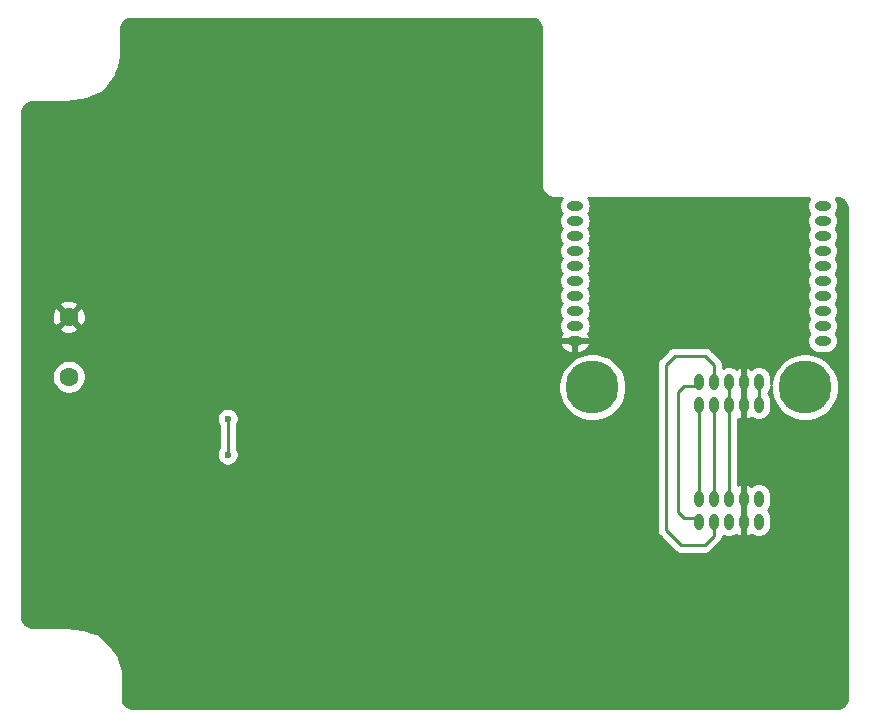
<source format=gbr>
G04 #@! TF.GenerationSoftware,KiCad,Pcbnew,(5.1.5)-3*
G04 #@! TF.CreationDate,2020-01-20T08:59:10+09:00*
G04 #@! TF.ProjectId,signaltower_host,7369676e-616c-4746-9f77-65725f686f73,rev?*
G04 #@! TF.SameCoordinates,Original*
G04 #@! TF.FileFunction,Copper,L2,Bot*
G04 #@! TF.FilePolarity,Positive*
%FSLAX46Y46*%
G04 Gerber Fmt 4.6, Leading zero omitted, Abs format (unit mm)*
G04 Created by KiCad (PCBNEW (5.1.5)-3) date 2020-01-20 08:59:10*
%MOMM*%
%LPD*%
G04 APERTURE LIST*
%ADD10C,1.600000*%
%ADD11C,4.500000*%
%ADD12O,0.800000X1.400000*%
%ADD13O,1.400000X0.800000*%
%ADD14C,0.600000*%
%ADD15C,0.250000*%
%ADD16C,0.254000*%
G04 APERTURE END LIST*
D10*
X96266000Y-75946000D03*
X96266000Y-81026000D03*
D11*
X140606000Y-81923000D03*
X158606000Y-81923000D03*
D12*
X149606000Y-81463000D03*
X150876000Y-81463000D03*
X152146000Y-81463000D03*
X153416000Y-81463000D03*
X154686000Y-81463000D03*
X149606000Y-83383000D03*
X150876000Y-83383000D03*
X152146000Y-83383000D03*
X153416000Y-83383000D03*
X154686000Y-83383000D03*
D13*
X160091000Y-77978000D03*
X160091000Y-76708000D03*
X160091000Y-75438000D03*
X160091000Y-74168000D03*
X160091000Y-72898000D03*
X160091000Y-71628000D03*
X160091000Y-70358000D03*
X160091000Y-69088000D03*
X139121000Y-77978000D03*
X139121000Y-76708000D03*
X139121000Y-75438000D03*
X139121000Y-74168000D03*
X139121000Y-72898000D03*
X139121000Y-71628000D03*
X139121000Y-70358000D03*
X139121000Y-69088000D03*
X139121000Y-67818000D03*
X139121000Y-66548000D03*
X160091000Y-67818000D03*
X160091000Y-66548000D03*
D12*
X149606000Y-91369000D03*
X150876000Y-91369000D03*
X152146000Y-91369000D03*
X153416000Y-91369000D03*
X154686000Y-91369000D03*
X154686000Y-93289000D03*
X149606000Y-93289000D03*
X150876000Y-93289000D03*
X153416000Y-93289000D03*
X152146000Y-93289000D03*
D14*
X117975000Y-75600000D03*
X97536000Y-62230000D03*
X96520000Y-85852000D03*
X106400000Y-75825000D03*
X100838000Y-94234000D03*
X100838000Y-92202000D03*
X130810000Y-75946000D03*
X109225000Y-75850000D03*
X109728000Y-87630000D03*
X109728000Y-84582000D03*
D15*
X154686000Y-81788000D02*
X154686000Y-83058000D01*
X153416000Y-83058000D02*
X153416000Y-91694000D01*
X153416000Y-81788000D02*
X153416000Y-83058000D01*
X153416000Y-92964000D02*
X153416000Y-91694000D01*
X152908000Y-77978000D02*
X139446000Y-77978000D01*
X153416000Y-81788000D02*
X153416000Y-78486000D01*
X153416000Y-78486000D02*
X152908000Y-77978000D01*
X100838000Y-86360000D02*
X100838000Y-92202000D01*
X100838000Y-92202000D02*
X100838000Y-94234000D01*
X97536000Y-74676000D02*
X96266000Y-75946000D01*
X97536000Y-62230000D02*
X97536000Y-73660000D01*
X97536000Y-73660000D02*
X97536000Y-74676000D01*
X106680000Y-74676000D02*
X100838000Y-74676000D01*
X100838000Y-74676000D02*
X97536000Y-74676000D01*
X96520000Y-85852000D02*
X100838000Y-85852000D01*
X100838000Y-86360000D02*
X100838000Y-85852000D01*
X100838000Y-85852000D02*
X100838000Y-74676000D01*
X139446000Y-77978000D02*
X137922000Y-77978000D01*
X134874000Y-74930000D02*
X130810000Y-74930000D01*
X137922000Y-77978000D02*
X134874000Y-74930000D01*
X130810000Y-74930000D02*
X130810000Y-75946000D01*
X130810000Y-74930000D02*
X130556000Y-74676000D01*
X108458000Y-75946000D02*
X108458000Y-74676000D01*
X130556000Y-74676000D02*
X108458000Y-74676000D01*
X108458000Y-74676000D02*
X106680000Y-74676000D01*
X109728000Y-87630000D02*
X109728000Y-84582000D01*
X149606000Y-81788000D02*
X148336000Y-81788000D01*
X148336000Y-81788000D02*
X147828000Y-82296000D01*
X147828000Y-82296000D02*
X147828000Y-92456000D01*
X148336000Y-92964000D02*
X149606000Y-92964000D01*
X147828000Y-92456000D02*
X148336000Y-92964000D01*
X150876000Y-81407682D02*
X150876000Y-81788000D01*
X150876000Y-81788000D02*
X150876000Y-80010000D01*
X150876000Y-80010000D02*
X150114000Y-79248000D01*
X150114000Y-79248000D02*
X147574000Y-79248000D01*
X147574000Y-79248000D02*
X146812000Y-80010000D01*
X146812000Y-80010000D02*
X146812000Y-93980000D01*
X146812000Y-93980000D02*
X148082000Y-95250000D01*
X148082000Y-95250000D02*
X150114000Y-95250000D01*
X150876000Y-94488000D02*
X150876000Y-92964000D01*
X150114000Y-95250000D02*
X150876000Y-94488000D01*
X152146000Y-91694000D02*
X152146000Y-83058000D01*
X152146000Y-83058000D02*
X152146000Y-81788000D01*
X149606000Y-85598000D02*
X149606000Y-91694000D01*
X149606000Y-83058000D02*
X149606000Y-85598000D01*
X150876000Y-90424000D02*
X150876000Y-83058000D01*
X150876000Y-91694000D02*
X150876000Y-90424000D01*
D16*
G36*
X135731850Y-50740022D02*
G01*
X135882672Y-50820638D01*
X136014870Y-50929130D01*
X136123362Y-51061328D01*
X136203978Y-51212150D01*
X136253624Y-51375811D01*
X136271000Y-51552234D01*
X136271000Y-64786000D01*
X136271612Y-64798448D01*
X136290827Y-64993538D01*
X136295683Y-65017956D01*
X136352588Y-65205549D01*
X136362116Y-65228550D01*
X136454526Y-65401437D01*
X136468358Y-65422138D01*
X136592721Y-65573675D01*
X136610325Y-65591279D01*
X136761862Y-65715642D01*
X136782563Y-65729474D01*
X136955450Y-65821884D01*
X136978451Y-65831412D01*
X137166044Y-65888317D01*
X137190462Y-65893173D01*
X137385552Y-65912388D01*
X137398000Y-65913000D01*
X138003211Y-65913000D01*
X137956266Y-65970203D01*
X137860159Y-66150007D01*
X137800976Y-66345105D01*
X137780993Y-66548000D01*
X137800976Y-66750895D01*
X137860159Y-66945993D01*
X137956266Y-67125797D01*
X138003211Y-67183000D01*
X137956266Y-67240203D01*
X137860159Y-67420007D01*
X137800976Y-67615105D01*
X137780993Y-67818000D01*
X137800976Y-68020895D01*
X137860159Y-68215993D01*
X137956266Y-68395797D01*
X138003211Y-68453000D01*
X137956266Y-68510203D01*
X137860159Y-68690007D01*
X137800976Y-68885105D01*
X137780993Y-69088000D01*
X137800976Y-69290895D01*
X137860159Y-69485993D01*
X137956266Y-69665797D01*
X138003211Y-69723000D01*
X137956266Y-69780203D01*
X137860159Y-69960007D01*
X137800976Y-70155105D01*
X137780993Y-70358000D01*
X137800976Y-70560895D01*
X137860159Y-70755993D01*
X137956266Y-70935797D01*
X138003211Y-70993000D01*
X137956266Y-71050203D01*
X137860159Y-71230007D01*
X137800976Y-71425105D01*
X137780993Y-71628000D01*
X137800976Y-71830895D01*
X137860159Y-72025993D01*
X137956266Y-72205797D01*
X138003211Y-72263000D01*
X137956266Y-72320203D01*
X137860159Y-72500007D01*
X137800976Y-72695105D01*
X137780993Y-72898000D01*
X137800976Y-73100895D01*
X137860159Y-73295993D01*
X137956266Y-73475797D01*
X138003211Y-73533000D01*
X137956266Y-73590203D01*
X137860159Y-73770007D01*
X137800976Y-73965105D01*
X137780993Y-74168000D01*
X137800976Y-74370895D01*
X137860159Y-74565993D01*
X137956266Y-74745797D01*
X138003211Y-74803000D01*
X137956266Y-74860203D01*
X137860159Y-75040007D01*
X137800976Y-75235105D01*
X137780993Y-75438000D01*
X137800976Y-75640895D01*
X137860159Y-75835993D01*
X137956266Y-76015797D01*
X138003211Y-76073000D01*
X137956266Y-76130203D01*
X137860159Y-76310007D01*
X137800976Y-76505105D01*
X137780993Y-76708000D01*
X137800976Y-76910895D01*
X137860159Y-77105993D01*
X137956266Y-77285797D01*
X137998506Y-77337267D01*
X137889872Y-77508582D01*
X137826334Y-77691877D01*
X137954002Y-77851000D01*
X138994000Y-77851000D01*
X138994000Y-77831000D01*
X139248000Y-77831000D01*
X139248000Y-77851000D01*
X140287998Y-77851000D01*
X140415666Y-77691877D01*
X140352128Y-77508582D01*
X140243494Y-77337267D01*
X140285734Y-77285797D01*
X140381841Y-77105993D01*
X140441024Y-76910895D01*
X140461007Y-76708000D01*
X140441024Y-76505105D01*
X140381841Y-76310007D01*
X140285734Y-76130203D01*
X140238789Y-76073000D01*
X140285734Y-76015797D01*
X140381841Y-75835993D01*
X140441024Y-75640895D01*
X140461007Y-75438000D01*
X140441024Y-75235105D01*
X140381841Y-75040007D01*
X140285734Y-74860203D01*
X140238789Y-74803000D01*
X140285734Y-74745797D01*
X140381841Y-74565993D01*
X140441024Y-74370895D01*
X140461007Y-74168000D01*
X140441024Y-73965105D01*
X140381841Y-73770007D01*
X140285734Y-73590203D01*
X140238789Y-73533000D01*
X140285734Y-73475797D01*
X140381841Y-73295993D01*
X140441024Y-73100895D01*
X140461007Y-72898000D01*
X140441024Y-72695105D01*
X140381841Y-72500007D01*
X140285734Y-72320203D01*
X140238789Y-72263000D01*
X140285734Y-72205797D01*
X140381841Y-72025993D01*
X140441024Y-71830895D01*
X140461007Y-71628000D01*
X140441024Y-71425105D01*
X140381841Y-71230007D01*
X140285734Y-71050203D01*
X140238789Y-70993000D01*
X140285734Y-70935797D01*
X140381841Y-70755993D01*
X140441024Y-70560895D01*
X140461007Y-70358000D01*
X140441024Y-70155105D01*
X140381841Y-69960007D01*
X140285734Y-69780203D01*
X140238789Y-69723000D01*
X140285734Y-69665797D01*
X140381841Y-69485993D01*
X140441024Y-69290895D01*
X140461007Y-69088000D01*
X140441024Y-68885105D01*
X140381841Y-68690007D01*
X140285734Y-68510203D01*
X140238789Y-68453000D01*
X140285734Y-68395797D01*
X140381841Y-68215993D01*
X140441024Y-68020895D01*
X140461007Y-67818000D01*
X140441024Y-67615105D01*
X140381841Y-67420007D01*
X140285734Y-67240203D01*
X140238789Y-67183000D01*
X140285734Y-67125797D01*
X140381841Y-66945993D01*
X140441024Y-66750895D01*
X140461007Y-66548000D01*
X140441024Y-66345105D01*
X140381841Y-66150007D01*
X140285734Y-65970203D01*
X140238789Y-65913000D01*
X158973211Y-65913000D01*
X158926266Y-65970203D01*
X158830159Y-66150007D01*
X158770976Y-66345105D01*
X158750993Y-66548000D01*
X158770976Y-66750895D01*
X158830159Y-66945993D01*
X158926266Y-67125797D01*
X158973211Y-67183000D01*
X158926266Y-67240203D01*
X158830159Y-67420007D01*
X158770976Y-67615105D01*
X158750993Y-67818000D01*
X158770976Y-68020895D01*
X158830159Y-68215993D01*
X158926266Y-68395797D01*
X158973211Y-68453000D01*
X158926266Y-68510203D01*
X158830159Y-68690007D01*
X158770976Y-68885105D01*
X158750993Y-69088000D01*
X158770976Y-69290895D01*
X158830159Y-69485993D01*
X158926266Y-69665797D01*
X158973211Y-69723000D01*
X158926266Y-69780203D01*
X158830159Y-69960007D01*
X158770976Y-70155105D01*
X158750993Y-70358000D01*
X158770976Y-70560895D01*
X158830159Y-70755993D01*
X158926266Y-70935797D01*
X158973211Y-70993000D01*
X158926266Y-71050203D01*
X158830159Y-71230007D01*
X158770976Y-71425105D01*
X158750993Y-71628000D01*
X158770976Y-71830895D01*
X158830159Y-72025993D01*
X158926266Y-72205797D01*
X158973211Y-72263000D01*
X158926266Y-72320203D01*
X158830159Y-72500007D01*
X158770976Y-72695105D01*
X158750993Y-72898000D01*
X158770976Y-73100895D01*
X158830159Y-73295993D01*
X158926266Y-73475797D01*
X158973211Y-73533000D01*
X158926266Y-73590203D01*
X158830159Y-73770007D01*
X158770976Y-73965105D01*
X158750993Y-74168000D01*
X158770976Y-74370895D01*
X158830159Y-74565993D01*
X158926266Y-74745797D01*
X158973211Y-74803000D01*
X158926266Y-74860203D01*
X158830159Y-75040007D01*
X158770976Y-75235105D01*
X158750993Y-75438000D01*
X158770976Y-75640895D01*
X158830159Y-75835993D01*
X158926266Y-76015797D01*
X158973211Y-76073000D01*
X158926266Y-76130203D01*
X158830159Y-76310007D01*
X158770976Y-76505105D01*
X158750993Y-76708000D01*
X158770976Y-76910895D01*
X158830159Y-77105993D01*
X158926266Y-77285797D01*
X158973211Y-77343000D01*
X158926266Y-77400203D01*
X158830159Y-77580007D01*
X158770976Y-77775105D01*
X158750993Y-77978000D01*
X158770976Y-78180895D01*
X158830159Y-78375993D01*
X158926266Y-78555797D01*
X159055604Y-78713396D01*
X159213203Y-78842734D01*
X159393007Y-78938841D01*
X159588105Y-78998024D01*
X159740162Y-79013000D01*
X160441838Y-79013000D01*
X160593895Y-78998024D01*
X160788993Y-78938841D01*
X160968797Y-78842734D01*
X161126396Y-78713396D01*
X161255734Y-78555797D01*
X161351841Y-78375993D01*
X161411024Y-78180895D01*
X161431007Y-77978000D01*
X161411024Y-77775105D01*
X161351841Y-77580007D01*
X161255734Y-77400203D01*
X161208789Y-77343000D01*
X161255734Y-77285797D01*
X161351841Y-77105993D01*
X161411024Y-76910895D01*
X161431007Y-76708000D01*
X161411024Y-76505105D01*
X161351841Y-76310007D01*
X161255734Y-76130203D01*
X161208789Y-76073000D01*
X161255734Y-76015797D01*
X161351841Y-75835993D01*
X161411024Y-75640895D01*
X161431007Y-75438000D01*
X161411024Y-75235105D01*
X161351841Y-75040007D01*
X161255734Y-74860203D01*
X161208789Y-74803000D01*
X161255734Y-74745797D01*
X161351841Y-74565993D01*
X161411024Y-74370895D01*
X161431007Y-74168000D01*
X161411024Y-73965105D01*
X161351841Y-73770007D01*
X161255734Y-73590203D01*
X161208789Y-73533000D01*
X161255734Y-73475797D01*
X161351841Y-73295993D01*
X161411024Y-73100895D01*
X161431007Y-72898000D01*
X161411024Y-72695105D01*
X161351841Y-72500007D01*
X161255734Y-72320203D01*
X161208789Y-72263000D01*
X161255734Y-72205797D01*
X161351841Y-72025993D01*
X161411024Y-71830895D01*
X161431007Y-71628000D01*
X161411024Y-71425105D01*
X161351841Y-71230007D01*
X161255734Y-71050203D01*
X161208789Y-70993000D01*
X161255734Y-70935797D01*
X161351841Y-70755993D01*
X161411024Y-70560895D01*
X161431007Y-70358000D01*
X161411024Y-70155105D01*
X161351841Y-69960007D01*
X161255734Y-69780203D01*
X161208789Y-69723000D01*
X161255734Y-69665797D01*
X161351841Y-69485993D01*
X161411024Y-69290895D01*
X161431007Y-69088000D01*
X161411024Y-68885105D01*
X161351841Y-68690007D01*
X161255734Y-68510203D01*
X161208789Y-68453000D01*
X161255734Y-68395797D01*
X161351841Y-68215993D01*
X161411024Y-68020895D01*
X161431007Y-67818000D01*
X161411024Y-67615105D01*
X161351841Y-67420007D01*
X161255734Y-67240203D01*
X161208789Y-67183000D01*
X161255734Y-67125797D01*
X161351841Y-66945993D01*
X161411024Y-66750895D01*
X161431007Y-66548000D01*
X161411024Y-66345105D01*
X161351841Y-66150007D01*
X161255734Y-65970203D01*
X161208789Y-65913000D01*
X161299766Y-65913000D01*
X161476189Y-65930376D01*
X161639850Y-65980022D01*
X161790672Y-66060638D01*
X161922870Y-66169130D01*
X162031362Y-66301328D01*
X162111978Y-66452150D01*
X162161624Y-66615811D01*
X162179000Y-66792234D01*
X162179000Y-108213766D01*
X162161624Y-108390189D01*
X162111978Y-108553850D01*
X162031362Y-108704672D01*
X161922870Y-108836870D01*
X161790672Y-108945362D01*
X161639850Y-109025978D01*
X161476189Y-109075624D01*
X161299766Y-109093000D01*
X101717234Y-109093000D01*
X101540811Y-109075624D01*
X101377150Y-109025978D01*
X101226328Y-108945362D01*
X101094130Y-108836870D01*
X100985638Y-108704672D01*
X100905022Y-108553850D01*
X100855376Y-108390189D01*
X100838000Y-108213766D01*
X100838000Y-106080278D01*
X100837589Y-106070073D01*
X100824676Y-105909890D01*
X100821407Y-105889745D01*
X100783003Y-105733700D01*
X100780166Y-105723889D01*
X100398134Y-104577793D01*
X100392681Y-104564129D01*
X100294649Y-104354625D01*
X100279205Y-104329636D01*
X100135661Y-104148261D01*
X100125878Y-104137272D01*
X98979005Y-102990399D01*
X98969952Y-102982180D01*
X98821501Y-102859887D01*
X98801241Y-102846240D01*
X98632124Y-102754630D01*
X98609628Y-102745115D01*
X98426100Y-102687575D01*
X98414269Y-102684483D01*
X98125066Y-102623598D01*
X97528036Y-102420353D01*
X97465398Y-102405661D01*
X97402948Y-102390091D01*
X97393131Y-102388711D01*
X96773137Y-102305986D01*
X96761332Y-102302405D01*
X96657025Y-102292132D01*
X96550602Y-102292132D01*
X96394052Y-102259174D01*
X96381041Y-102257133D01*
X96175030Y-102235683D01*
X96161878Y-102235000D01*
X93208234Y-102235000D01*
X93031811Y-102217624D01*
X92868150Y-102167978D01*
X92717328Y-102087362D01*
X92585130Y-101978870D01*
X92476638Y-101846672D01*
X92396022Y-101695850D01*
X92346376Y-101532189D01*
X92329000Y-101355766D01*
X92329000Y-84489911D01*
X108793000Y-84489911D01*
X108793000Y-84674089D01*
X108828932Y-84854729D01*
X108899414Y-85024889D01*
X108968001Y-85127537D01*
X108968000Y-87084464D01*
X108899414Y-87187111D01*
X108828932Y-87357271D01*
X108793000Y-87537911D01*
X108793000Y-87722089D01*
X108828932Y-87902729D01*
X108899414Y-88072889D01*
X109001738Y-88226028D01*
X109131972Y-88356262D01*
X109285111Y-88458586D01*
X109455271Y-88529068D01*
X109635911Y-88565000D01*
X109820089Y-88565000D01*
X110000729Y-88529068D01*
X110170889Y-88458586D01*
X110324028Y-88356262D01*
X110454262Y-88226028D01*
X110556586Y-88072889D01*
X110627068Y-87902729D01*
X110663000Y-87722089D01*
X110663000Y-87537911D01*
X110627068Y-87357271D01*
X110556586Y-87187111D01*
X110488000Y-87084465D01*
X110488000Y-85127535D01*
X110556586Y-85024889D01*
X110627068Y-84854729D01*
X110663000Y-84674089D01*
X110663000Y-84489911D01*
X110627068Y-84309271D01*
X110556586Y-84139111D01*
X110454262Y-83985972D01*
X110324028Y-83855738D01*
X110170889Y-83753414D01*
X110000729Y-83682932D01*
X109820089Y-83647000D01*
X109635911Y-83647000D01*
X109455271Y-83682932D01*
X109285111Y-83753414D01*
X109131972Y-83855738D01*
X109001738Y-83985972D01*
X108899414Y-84139111D01*
X108828932Y-84309271D01*
X108793000Y-84489911D01*
X92329000Y-84489911D01*
X92329000Y-80884665D01*
X94831000Y-80884665D01*
X94831000Y-81167335D01*
X94886147Y-81444574D01*
X94994320Y-81705727D01*
X95151363Y-81940759D01*
X95351241Y-82140637D01*
X95586273Y-82297680D01*
X95847426Y-82405853D01*
X96124665Y-82461000D01*
X96407335Y-82461000D01*
X96684574Y-82405853D01*
X96945727Y-82297680D01*
X97180759Y-82140637D01*
X97380637Y-81940759D01*
X97537680Y-81705727D01*
X97565380Y-81638852D01*
X137721000Y-81638852D01*
X137721000Y-82207148D01*
X137831869Y-82764523D01*
X138049346Y-83289560D01*
X138365074Y-83762080D01*
X138766920Y-84163926D01*
X139239440Y-84479654D01*
X139764477Y-84697131D01*
X140321852Y-84808000D01*
X140890148Y-84808000D01*
X141447523Y-84697131D01*
X141972560Y-84479654D01*
X142445080Y-84163926D01*
X142846926Y-83762080D01*
X143162654Y-83289560D01*
X143380131Y-82764523D01*
X143491000Y-82207148D01*
X143491000Y-81638852D01*
X143380131Y-81081477D01*
X143162654Y-80556440D01*
X142846926Y-80083920D01*
X142773006Y-80010000D01*
X146048324Y-80010000D01*
X146052000Y-80047322D01*
X146052001Y-93942668D01*
X146048324Y-93980000D01*
X146052001Y-94017333D01*
X146060381Y-94102410D01*
X146062998Y-94128985D01*
X146106454Y-94272246D01*
X146177026Y-94404276D01*
X146217616Y-94453734D01*
X146272000Y-94520001D01*
X146300998Y-94543799D01*
X147518201Y-95761003D01*
X147541999Y-95790001D01*
X147657724Y-95884974D01*
X147789753Y-95955546D01*
X147933014Y-95999003D01*
X148044667Y-96010000D01*
X148044676Y-96010000D01*
X148081999Y-96013676D01*
X148119322Y-96010000D01*
X150076678Y-96010000D01*
X150114000Y-96013676D01*
X150151322Y-96010000D01*
X150151333Y-96010000D01*
X150262986Y-95999003D01*
X150406247Y-95955546D01*
X150538276Y-95884974D01*
X150654001Y-95790001D01*
X150677803Y-95760998D01*
X151387004Y-95051798D01*
X151416001Y-95028001D01*
X151510974Y-94912276D01*
X151581546Y-94780247D01*
X151625003Y-94636986D01*
X151636000Y-94525333D01*
X151636000Y-94525325D01*
X151639308Y-94491740D01*
X151748007Y-94549841D01*
X151943105Y-94609024D01*
X152146000Y-94629007D01*
X152348894Y-94609024D01*
X152543992Y-94549841D01*
X152723797Y-94453734D01*
X152775267Y-94411494D01*
X152946582Y-94520128D01*
X153129877Y-94583666D01*
X153289000Y-94455998D01*
X153289000Y-93416000D01*
X153269000Y-93416000D01*
X153269000Y-93162000D01*
X153289000Y-93162000D01*
X153289000Y-91496000D01*
X153269000Y-91496000D01*
X153269000Y-91242000D01*
X153289000Y-91242000D01*
X153289000Y-90202002D01*
X153543000Y-90202002D01*
X153543000Y-91242000D01*
X153563000Y-91242000D01*
X153563000Y-91496000D01*
X153543000Y-91496000D01*
X153543000Y-93162000D01*
X153563000Y-93162000D01*
X153563000Y-93416000D01*
X153543000Y-93416000D01*
X153543000Y-94455998D01*
X153702123Y-94583666D01*
X153885418Y-94520128D01*
X154056733Y-94411494D01*
X154108203Y-94453734D01*
X154288007Y-94549841D01*
X154483105Y-94609024D01*
X154686000Y-94629007D01*
X154888894Y-94609024D01*
X155083992Y-94549841D01*
X155263797Y-94453734D01*
X155421396Y-94324396D01*
X155550734Y-94166797D01*
X155646841Y-93986993D01*
X155706024Y-93791895D01*
X155721000Y-93639838D01*
X155721000Y-92938163D01*
X155706024Y-92786106D01*
X155646841Y-92591008D01*
X155550734Y-92411203D01*
X155483272Y-92329000D01*
X155550734Y-92246797D01*
X155646841Y-92066992D01*
X155706024Y-91871894D01*
X155721000Y-91719837D01*
X155721000Y-91018162D01*
X155706024Y-90866105D01*
X155646841Y-90671007D01*
X155550734Y-90491203D01*
X155421396Y-90333604D01*
X155263797Y-90204266D01*
X155083992Y-90108159D01*
X154888894Y-90048976D01*
X154686000Y-90028993D01*
X154483105Y-90048976D01*
X154288007Y-90108159D01*
X154108203Y-90204266D01*
X154056733Y-90246506D01*
X153885418Y-90137872D01*
X153702123Y-90074334D01*
X153543000Y-90202002D01*
X153289000Y-90202002D01*
X153129877Y-90074334D01*
X152946582Y-90137872D01*
X152906000Y-90163606D01*
X152906000Y-84588394D01*
X152946582Y-84614128D01*
X153129877Y-84677666D01*
X153289000Y-84549998D01*
X153289000Y-83510000D01*
X153269000Y-83510000D01*
X153269000Y-83256000D01*
X153289000Y-83256000D01*
X153289000Y-81590000D01*
X153269000Y-81590000D01*
X153269000Y-81336000D01*
X153289000Y-81336000D01*
X153289000Y-80296002D01*
X153543000Y-80296002D01*
X153543000Y-81336000D01*
X153563000Y-81336000D01*
X153563000Y-81590000D01*
X153543000Y-81590000D01*
X153543000Y-83256000D01*
X153563000Y-83256000D01*
X153563000Y-83510000D01*
X153543000Y-83510000D01*
X153543000Y-84549998D01*
X153702123Y-84677666D01*
X153885418Y-84614128D01*
X154056734Y-84505494D01*
X154108204Y-84547734D01*
X154288008Y-84643841D01*
X154483106Y-84703024D01*
X154686000Y-84723007D01*
X154888895Y-84703024D01*
X155083993Y-84643841D01*
X155263797Y-84547734D01*
X155421396Y-84418396D01*
X155550734Y-84260797D01*
X155646841Y-84080992D01*
X155706024Y-83885894D01*
X155721000Y-83733837D01*
X155721000Y-83032162D01*
X155706024Y-82880105D01*
X155646841Y-82685007D01*
X155550734Y-82505203D01*
X155483272Y-82423000D01*
X155550734Y-82340797D01*
X155646841Y-82160993D01*
X155706024Y-81965895D01*
X155721000Y-81813838D01*
X155721000Y-82207148D01*
X155831869Y-82764523D01*
X156049346Y-83289560D01*
X156365074Y-83762080D01*
X156766920Y-84163926D01*
X157239440Y-84479654D01*
X157764477Y-84697131D01*
X158321852Y-84808000D01*
X158890148Y-84808000D01*
X159447523Y-84697131D01*
X159972560Y-84479654D01*
X160445080Y-84163926D01*
X160846926Y-83762080D01*
X161162654Y-83289560D01*
X161380131Y-82764523D01*
X161491000Y-82207148D01*
X161491000Y-81638852D01*
X161380131Y-81081477D01*
X161162654Y-80556440D01*
X160846926Y-80083920D01*
X160445080Y-79682074D01*
X159972560Y-79366346D01*
X159447523Y-79148869D01*
X158890148Y-79038000D01*
X158321852Y-79038000D01*
X157764477Y-79148869D01*
X157239440Y-79366346D01*
X156766920Y-79682074D01*
X156365074Y-80083920D01*
X156049346Y-80556440D01*
X155831869Y-81081477D01*
X155721000Y-81638852D01*
X155721000Y-81112163D01*
X155706024Y-80960106D01*
X155646841Y-80765008D01*
X155550734Y-80585203D01*
X155421396Y-80427604D01*
X155263797Y-80298266D01*
X155083993Y-80202159D01*
X154888895Y-80142976D01*
X154686000Y-80122993D01*
X154483106Y-80142976D01*
X154288008Y-80202159D01*
X154108204Y-80298266D01*
X154056734Y-80340506D01*
X153885418Y-80231872D01*
X153702123Y-80168334D01*
X153543000Y-80296002D01*
X153289000Y-80296002D01*
X153129877Y-80168334D01*
X152946582Y-80231872D01*
X152775267Y-80340506D01*
X152723797Y-80298266D01*
X152543993Y-80202159D01*
X152348895Y-80142976D01*
X152146000Y-80122993D01*
X151943106Y-80142976D01*
X151748008Y-80202159D01*
X151636000Y-80262028D01*
X151636000Y-80047325D01*
X151639676Y-80010000D01*
X151636000Y-79972675D01*
X151636000Y-79972667D01*
X151625003Y-79861014D01*
X151581546Y-79717753D01*
X151510974Y-79585724D01*
X151416001Y-79469999D01*
X151387002Y-79446201D01*
X150677803Y-78737002D01*
X150654001Y-78707999D01*
X150538276Y-78613026D01*
X150406247Y-78542454D01*
X150262986Y-78498997D01*
X150151333Y-78488000D01*
X150151322Y-78488000D01*
X150114000Y-78484324D01*
X150076678Y-78488000D01*
X147611325Y-78488000D01*
X147574000Y-78484324D01*
X147536675Y-78488000D01*
X147536667Y-78488000D01*
X147425014Y-78498997D01*
X147281753Y-78542454D01*
X147149724Y-78613026D01*
X147033999Y-78707999D01*
X147010201Y-78736998D01*
X146301002Y-79446197D01*
X146271999Y-79469999D01*
X146216871Y-79537174D01*
X146177026Y-79585724D01*
X146106455Y-79717753D01*
X146106454Y-79717754D01*
X146062997Y-79861015D01*
X146052000Y-79972668D01*
X146052000Y-79972678D01*
X146048324Y-80010000D01*
X142773006Y-80010000D01*
X142445080Y-79682074D01*
X141972560Y-79366346D01*
X141447523Y-79148869D01*
X140890148Y-79038000D01*
X140321852Y-79038000D01*
X139764477Y-79148869D01*
X139239440Y-79366346D01*
X138766920Y-79682074D01*
X138365074Y-80083920D01*
X138049346Y-80556440D01*
X137831869Y-81081477D01*
X137721000Y-81638852D01*
X97565380Y-81638852D01*
X97645853Y-81444574D01*
X97701000Y-81167335D01*
X97701000Y-80884665D01*
X97645853Y-80607426D01*
X97537680Y-80346273D01*
X97380637Y-80111241D01*
X97180759Y-79911363D01*
X96945727Y-79754320D01*
X96684574Y-79646147D01*
X96407335Y-79591000D01*
X96124665Y-79591000D01*
X95847426Y-79646147D01*
X95586273Y-79754320D01*
X95351241Y-79911363D01*
X95151363Y-80111241D01*
X94994320Y-80346273D01*
X94886147Y-80607426D01*
X94831000Y-80884665D01*
X92329000Y-80884665D01*
X92329000Y-78264123D01*
X137826334Y-78264123D01*
X137889872Y-78447418D01*
X137999342Y-78620052D01*
X138140388Y-78768013D01*
X138307590Y-78885614D01*
X138494522Y-78968336D01*
X138694000Y-79013000D01*
X138994000Y-79013000D01*
X138994000Y-78105000D01*
X139248000Y-78105000D01*
X139248000Y-79013000D01*
X139548000Y-79013000D01*
X139747478Y-78968336D01*
X139934410Y-78885614D01*
X140101612Y-78768013D01*
X140242658Y-78620052D01*
X140352128Y-78447418D01*
X140415666Y-78264123D01*
X140287998Y-78105000D01*
X139248000Y-78105000D01*
X138994000Y-78105000D01*
X137954002Y-78105000D01*
X137826334Y-78264123D01*
X92329000Y-78264123D01*
X92329000Y-76938702D01*
X95452903Y-76938702D01*
X95524486Y-77182671D01*
X95779996Y-77303571D01*
X96054184Y-77372300D01*
X96336512Y-77386217D01*
X96616130Y-77344787D01*
X96882292Y-77249603D01*
X97007514Y-77182671D01*
X97079097Y-76938702D01*
X96266000Y-76125605D01*
X95452903Y-76938702D01*
X92329000Y-76938702D01*
X92329000Y-76016512D01*
X94825783Y-76016512D01*
X94867213Y-76296130D01*
X94962397Y-76562292D01*
X95029329Y-76687514D01*
X95273298Y-76759097D01*
X96086395Y-75946000D01*
X96445605Y-75946000D01*
X97258702Y-76759097D01*
X97502671Y-76687514D01*
X97623571Y-76432004D01*
X97692300Y-76157816D01*
X97706217Y-75875488D01*
X97664787Y-75595870D01*
X97569603Y-75329708D01*
X97502671Y-75204486D01*
X97258702Y-75132903D01*
X96445605Y-75946000D01*
X96086395Y-75946000D01*
X95273298Y-75132903D01*
X95029329Y-75204486D01*
X94908429Y-75459996D01*
X94839700Y-75734184D01*
X94825783Y-76016512D01*
X92329000Y-76016512D01*
X92329000Y-74953298D01*
X95452903Y-74953298D01*
X96266000Y-75766395D01*
X97079097Y-74953298D01*
X97007514Y-74709329D01*
X96752004Y-74588429D01*
X96477816Y-74519700D01*
X96195488Y-74505783D01*
X95915870Y-74547213D01*
X95649708Y-74642397D01*
X95524486Y-74709329D01*
X95452903Y-74953298D01*
X92329000Y-74953298D01*
X92329000Y-58664234D01*
X92346376Y-58487811D01*
X92396022Y-58324150D01*
X92476638Y-58173328D01*
X92585130Y-58041130D01*
X92717328Y-57932638D01*
X92868150Y-57852022D01*
X93031811Y-57802376D01*
X93208234Y-57785000D01*
X96010712Y-57785000D01*
X96026872Y-57783968D01*
X96279294Y-57751585D01*
X96295192Y-57748504D01*
X96442791Y-57710000D01*
X96534877Y-57710000D01*
X96566955Y-57706841D01*
X96588784Y-57706993D01*
X96598650Y-57706025D01*
X97277989Y-57634623D01*
X97340990Y-57621691D01*
X97404235Y-57609626D01*
X97413725Y-57606761D01*
X98066257Y-57404769D01*
X98125561Y-57379840D01*
X98185245Y-57355726D01*
X98193998Y-57351072D01*
X98543885Y-57161888D01*
X98770931Y-57102659D01*
X98783849Y-57098541D01*
X98983249Y-57023032D01*
X99007406Y-57010798D01*
X99186266Y-56894732D01*
X99207280Y-56877653D01*
X99357467Y-56726306D01*
X99366490Y-56716186D01*
X100049695Y-55862180D01*
X100057059Y-55851978D01*
X100164786Y-55685973D01*
X100176314Y-55663640D01*
X100249242Y-55479671D01*
X100253294Y-55467760D01*
X100311796Y-55263003D01*
X100362804Y-55167071D01*
X100387309Y-55107617D01*
X100412677Y-55048429D01*
X100415608Y-55038959D01*
X100613040Y-54385033D01*
X100625538Y-54321914D01*
X100638918Y-54258963D01*
X100639954Y-54249104D01*
X100660055Y-54044096D01*
X100667638Y-54017556D01*
X100671296Y-54000281D01*
X100709772Y-53725560D01*
X100711000Y-53707945D01*
X100711000Y-51552234D01*
X100728376Y-51375811D01*
X100778022Y-51212150D01*
X100858638Y-51061328D01*
X100967130Y-50929130D01*
X101099328Y-50820638D01*
X101250150Y-50740022D01*
X101349119Y-50710000D01*
X135632881Y-50710000D01*
X135731850Y-50740022D01*
G37*
X135731850Y-50740022D02*
X135882672Y-50820638D01*
X136014870Y-50929130D01*
X136123362Y-51061328D01*
X136203978Y-51212150D01*
X136253624Y-51375811D01*
X136271000Y-51552234D01*
X136271000Y-64786000D01*
X136271612Y-64798448D01*
X136290827Y-64993538D01*
X136295683Y-65017956D01*
X136352588Y-65205549D01*
X136362116Y-65228550D01*
X136454526Y-65401437D01*
X136468358Y-65422138D01*
X136592721Y-65573675D01*
X136610325Y-65591279D01*
X136761862Y-65715642D01*
X136782563Y-65729474D01*
X136955450Y-65821884D01*
X136978451Y-65831412D01*
X137166044Y-65888317D01*
X137190462Y-65893173D01*
X137385552Y-65912388D01*
X137398000Y-65913000D01*
X138003211Y-65913000D01*
X137956266Y-65970203D01*
X137860159Y-66150007D01*
X137800976Y-66345105D01*
X137780993Y-66548000D01*
X137800976Y-66750895D01*
X137860159Y-66945993D01*
X137956266Y-67125797D01*
X138003211Y-67183000D01*
X137956266Y-67240203D01*
X137860159Y-67420007D01*
X137800976Y-67615105D01*
X137780993Y-67818000D01*
X137800976Y-68020895D01*
X137860159Y-68215993D01*
X137956266Y-68395797D01*
X138003211Y-68453000D01*
X137956266Y-68510203D01*
X137860159Y-68690007D01*
X137800976Y-68885105D01*
X137780993Y-69088000D01*
X137800976Y-69290895D01*
X137860159Y-69485993D01*
X137956266Y-69665797D01*
X138003211Y-69723000D01*
X137956266Y-69780203D01*
X137860159Y-69960007D01*
X137800976Y-70155105D01*
X137780993Y-70358000D01*
X137800976Y-70560895D01*
X137860159Y-70755993D01*
X137956266Y-70935797D01*
X138003211Y-70993000D01*
X137956266Y-71050203D01*
X137860159Y-71230007D01*
X137800976Y-71425105D01*
X137780993Y-71628000D01*
X137800976Y-71830895D01*
X137860159Y-72025993D01*
X137956266Y-72205797D01*
X138003211Y-72263000D01*
X137956266Y-72320203D01*
X137860159Y-72500007D01*
X137800976Y-72695105D01*
X137780993Y-72898000D01*
X137800976Y-73100895D01*
X137860159Y-73295993D01*
X137956266Y-73475797D01*
X138003211Y-73533000D01*
X137956266Y-73590203D01*
X137860159Y-73770007D01*
X137800976Y-73965105D01*
X137780993Y-74168000D01*
X137800976Y-74370895D01*
X137860159Y-74565993D01*
X137956266Y-74745797D01*
X138003211Y-74803000D01*
X137956266Y-74860203D01*
X137860159Y-75040007D01*
X137800976Y-75235105D01*
X137780993Y-75438000D01*
X137800976Y-75640895D01*
X137860159Y-75835993D01*
X137956266Y-76015797D01*
X138003211Y-76073000D01*
X137956266Y-76130203D01*
X137860159Y-76310007D01*
X137800976Y-76505105D01*
X137780993Y-76708000D01*
X137800976Y-76910895D01*
X137860159Y-77105993D01*
X137956266Y-77285797D01*
X137998506Y-77337267D01*
X137889872Y-77508582D01*
X137826334Y-77691877D01*
X137954002Y-77851000D01*
X138994000Y-77851000D01*
X138994000Y-77831000D01*
X139248000Y-77831000D01*
X139248000Y-77851000D01*
X140287998Y-77851000D01*
X140415666Y-77691877D01*
X140352128Y-77508582D01*
X140243494Y-77337267D01*
X140285734Y-77285797D01*
X140381841Y-77105993D01*
X140441024Y-76910895D01*
X140461007Y-76708000D01*
X140441024Y-76505105D01*
X140381841Y-76310007D01*
X140285734Y-76130203D01*
X140238789Y-76073000D01*
X140285734Y-76015797D01*
X140381841Y-75835993D01*
X140441024Y-75640895D01*
X140461007Y-75438000D01*
X140441024Y-75235105D01*
X140381841Y-75040007D01*
X140285734Y-74860203D01*
X140238789Y-74803000D01*
X140285734Y-74745797D01*
X140381841Y-74565993D01*
X140441024Y-74370895D01*
X140461007Y-74168000D01*
X140441024Y-73965105D01*
X140381841Y-73770007D01*
X140285734Y-73590203D01*
X140238789Y-73533000D01*
X140285734Y-73475797D01*
X140381841Y-73295993D01*
X140441024Y-73100895D01*
X140461007Y-72898000D01*
X140441024Y-72695105D01*
X140381841Y-72500007D01*
X140285734Y-72320203D01*
X140238789Y-72263000D01*
X140285734Y-72205797D01*
X140381841Y-72025993D01*
X140441024Y-71830895D01*
X140461007Y-71628000D01*
X140441024Y-71425105D01*
X140381841Y-71230007D01*
X140285734Y-71050203D01*
X140238789Y-70993000D01*
X140285734Y-70935797D01*
X140381841Y-70755993D01*
X140441024Y-70560895D01*
X140461007Y-70358000D01*
X140441024Y-70155105D01*
X140381841Y-69960007D01*
X140285734Y-69780203D01*
X140238789Y-69723000D01*
X140285734Y-69665797D01*
X140381841Y-69485993D01*
X140441024Y-69290895D01*
X140461007Y-69088000D01*
X140441024Y-68885105D01*
X140381841Y-68690007D01*
X140285734Y-68510203D01*
X140238789Y-68453000D01*
X140285734Y-68395797D01*
X140381841Y-68215993D01*
X140441024Y-68020895D01*
X140461007Y-67818000D01*
X140441024Y-67615105D01*
X140381841Y-67420007D01*
X140285734Y-67240203D01*
X140238789Y-67183000D01*
X140285734Y-67125797D01*
X140381841Y-66945993D01*
X140441024Y-66750895D01*
X140461007Y-66548000D01*
X140441024Y-66345105D01*
X140381841Y-66150007D01*
X140285734Y-65970203D01*
X140238789Y-65913000D01*
X158973211Y-65913000D01*
X158926266Y-65970203D01*
X158830159Y-66150007D01*
X158770976Y-66345105D01*
X158750993Y-66548000D01*
X158770976Y-66750895D01*
X158830159Y-66945993D01*
X158926266Y-67125797D01*
X158973211Y-67183000D01*
X158926266Y-67240203D01*
X158830159Y-67420007D01*
X158770976Y-67615105D01*
X158750993Y-67818000D01*
X158770976Y-68020895D01*
X158830159Y-68215993D01*
X158926266Y-68395797D01*
X158973211Y-68453000D01*
X158926266Y-68510203D01*
X158830159Y-68690007D01*
X158770976Y-68885105D01*
X158750993Y-69088000D01*
X158770976Y-69290895D01*
X158830159Y-69485993D01*
X158926266Y-69665797D01*
X158973211Y-69723000D01*
X158926266Y-69780203D01*
X158830159Y-69960007D01*
X158770976Y-70155105D01*
X158750993Y-70358000D01*
X158770976Y-70560895D01*
X158830159Y-70755993D01*
X158926266Y-70935797D01*
X158973211Y-70993000D01*
X158926266Y-71050203D01*
X158830159Y-71230007D01*
X158770976Y-71425105D01*
X158750993Y-71628000D01*
X158770976Y-71830895D01*
X158830159Y-72025993D01*
X158926266Y-72205797D01*
X158973211Y-72263000D01*
X158926266Y-72320203D01*
X158830159Y-72500007D01*
X158770976Y-72695105D01*
X158750993Y-72898000D01*
X158770976Y-73100895D01*
X158830159Y-73295993D01*
X158926266Y-73475797D01*
X158973211Y-73533000D01*
X158926266Y-73590203D01*
X158830159Y-73770007D01*
X158770976Y-73965105D01*
X158750993Y-74168000D01*
X158770976Y-74370895D01*
X158830159Y-74565993D01*
X158926266Y-74745797D01*
X158973211Y-74803000D01*
X158926266Y-74860203D01*
X158830159Y-75040007D01*
X158770976Y-75235105D01*
X158750993Y-75438000D01*
X158770976Y-75640895D01*
X158830159Y-75835993D01*
X158926266Y-76015797D01*
X158973211Y-76073000D01*
X158926266Y-76130203D01*
X158830159Y-76310007D01*
X158770976Y-76505105D01*
X158750993Y-76708000D01*
X158770976Y-76910895D01*
X158830159Y-77105993D01*
X158926266Y-77285797D01*
X158973211Y-77343000D01*
X158926266Y-77400203D01*
X158830159Y-77580007D01*
X158770976Y-77775105D01*
X158750993Y-77978000D01*
X158770976Y-78180895D01*
X158830159Y-78375993D01*
X158926266Y-78555797D01*
X159055604Y-78713396D01*
X159213203Y-78842734D01*
X159393007Y-78938841D01*
X159588105Y-78998024D01*
X159740162Y-79013000D01*
X160441838Y-79013000D01*
X160593895Y-78998024D01*
X160788993Y-78938841D01*
X160968797Y-78842734D01*
X161126396Y-78713396D01*
X161255734Y-78555797D01*
X161351841Y-78375993D01*
X161411024Y-78180895D01*
X161431007Y-77978000D01*
X161411024Y-77775105D01*
X161351841Y-77580007D01*
X161255734Y-77400203D01*
X161208789Y-77343000D01*
X161255734Y-77285797D01*
X161351841Y-77105993D01*
X161411024Y-76910895D01*
X161431007Y-76708000D01*
X161411024Y-76505105D01*
X161351841Y-76310007D01*
X161255734Y-76130203D01*
X161208789Y-76073000D01*
X161255734Y-76015797D01*
X161351841Y-75835993D01*
X161411024Y-75640895D01*
X161431007Y-75438000D01*
X161411024Y-75235105D01*
X161351841Y-75040007D01*
X161255734Y-74860203D01*
X161208789Y-74803000D01*
X161255734Y-74745797D01*
X161351841Y-74565993D01*
X161411024Y-74370895D01*
X161431007Y-74168000D01*
X161411024Y-73965105D01*
X161351841Y-73770007D01*
X161255734Y-73590203D01*
X161208789Y-73533000D01*
X161255734Y-73475797D01*
X161351841Y-73295993D01*
X161411024Y-73100895D01*
X161431007Y-72898000D01*
X161411024Y-72695105D01*
X161351841Y-72500007D01*
X161255734Y-72320203D01*
X161208789Y-72263000D01*
X161255734Y-72205797D01*
X161351841Y-72025993D01*
X161411024Y-71830895D01*
X161431007Y-71628000D01*
X161411024Y-71425105D01*
X161351841Y-71230007D01*
X161255734Y-71050203D01*
X161208789Y-70993000D01*
X161255734Y-70935797D01*
X161351841Y-70755993D01*
X161411024Y-70560895D01*
X161431007Y-70358000D01*
X161411024Y-70155105D01*
X161351841Y-69960007D01*
X161255734Y-69780203D01*
X161208789Y-69723000D01*
X161255734Y-69665797D01*
X161351841Y-69485993D01*
X161411024Y-69290895D01*
X161431007Y-69088000D01*
X161411024Y-68885105D01*
X161351841Y-68690007D01*
X161255734Y-68510203D01*
X161208789Y-68453000D01*
X161255734Y-68395797D01*
X161351841Y-68215993D01*
X161411024Y-68020895D01*
X161431007Y-67818000D01*
X161411024Y-67615105D01*
X161351841Y-67420007D01*
X161255734Y-67240203D01*
X161208789Y-67183000D01*
X161255734Y-67125797D01*
X161351841Y-66945993D01*
X161411024Y-66750895D01*
X161431007Y-66548000D01*
X161411024Y-66345105D01*
X161351841Y-66150007D01*
X161255734Y-65970203D01*
X161208789Y-65913000D01*
X161299766Y-65913000D01*
X161476189Y-65930376D01*
X161639850Y-65980022D01*
X161790672Y-66060638D01*
X161922870Y-66169130D01*
X162031362Y-66301328D01*
X162111978Y-66452150D01*
X162161624Y-66615811D01*
X162179000Y-66792234D01*
X162179000Y-108213766D01*
X162161624Y-108390189D01*
X162111978Y-108553850D01*
X162031362Y-108704672D01*
X161922870Y-108836870D01*
X161790672Y-108945362D01*
X161639850Y-109025978D01*
X161476189Y-109075624D01*
X161299766Y-109093000D01*
X101717234Y-109093000D01*
X101540811Y-109075624D01*
X101377150Y-109025978D01*
X101226328Y-108945362D01*
X101094130Y-108836870D01*
X100985638Y-108704672D01*
X100905022Y-108553850D01*
X100855376Y-108390189D01*
X100838000Y-108213766D01*
X100838000Y-106080278D01*
X100837589Y-106070073D01*
X100824676Y-105909890D01*
X100821407Y-105889745D01*
X100783003Y-105733700D01*
X100780166Y-105723889D01*
X100398134Y-104577793D01*
X100392681Y-104564129D01*
X100294649Y-104354625D01*
X100279205Y-104329636D01*
X100135661Y-104148261D01*
X100125878Y-104137272D01*
X98979005Y-102990399D01*
X98969952Y-102982180D01*
X98821501Y-102859887D01*
X98801241Y-102846240D01*
X98632124Y-102754630D01*
X98609628Y-102745115D01*
X98426100Y-102687575D01*
X98414269Y-102684483D01*
X98125066Y-102623598D01*
X97528036Y-102420353D01*
X97465398Y-102405661D01*
X97402948Y-102390091D01*
X97393131Y-102388711D01*
X96773137Y-102305986D01*
X96761332Y-102302405D01*
X96657025Y-102292132D01*
X96550602Y-102292132D01*
X96394052Y-102259174D01*
X96381041Y-102257133D01*
X96175030Y-102235683D01*
X96161878Y-102235000D01*
X93208234Y-102235000D01*
X93031811Y-102217624D01*
X92868150Y-102167978D01*
X92717328Y-102087362D01*
X92585130Y-101978870D01*
X92476638Y-101846672D01*
X92396022Y-101695850D01*
X92346376Y-101532189D01*
X92329000Y-101355766D01*
X92329000Y-84489911D01*
X108793000Y-84489911D01*
X108793000Y-84674089D01*
X108828932Y-84854729D01*
X108899414Y-85024889D01*
X108968001Y-85127537D01*
X108968000Y-87084464D01*
X108899414Y-87187111D01*
X108828932Y-87357271D01*
X108793000Y-87537911D01*
X108793000Y-87722089D01*
X108828932Y-87902729D01*
X108899414Y-88072889D01*
X109001738Y-88226028D01*
X109131972Y-88356262D01*
X109285111Y-88458586D01*
X109455271Y-88529068D01*
X109635911Y-88565000D01*
X109820089Y-88565000D01*
X110000729Y-88529068D01*
X110170889Y-88458586D01*
X110324028Y-88356262D01*
X110454262Y-88226028D01*
X110556586Y-88072889D01*
X110627068Y-87902729D01*
X110663000Y-87722089D01*
X110663000Y-87537911D01*
X110627068Y-87357271D01*
X110556586Y-87187111D01*
X110488000Y-87084465D01*
X110488000Y-85127535D01*
X110556586Y-85024889D01*
X110627068Y-84854729D01*
X110663000Y-84674089D01*
X110663000Y-84489911D01*
X110627068Y-84309271D01*
X110556586Y-84139111D01*
X110454262Y-83985972D01*
X110324028Y-83855738D01*
X110170889Y-83753414D01*
X110000729Y-83682932D01*
X109820089Y-83647000D01*
X109635911Y-83647000D01*
X109455271Y-83682932D01*
X109285111Y-83753414D01*
X109131972Y-83855738D01*
X109001738Y-83985972D01*
X108899414Y-84139111D01*
X108828932Y-84309271D01*
X108793000Y-84489911D01*
X92329000Y-84489911D01*
X92329000Y-80884665D01*
X94831000Y-80884665D01*
X94831000Y-81167335D01*
X94886147Y-81444574D01*
X94994320Y-81705727D01*
X95151363Y-81940759D01*
X95351241Y-82140637D01*
X95586273Y-82297680D01*
X95847426Y-82405853D01*
X96124665Y-82461000D01*
X96407335Y-82461000D01*
X96684574Y-82405853D01*
X96945727Y-82297680D01*
X97180759Y-82140637D01*
X97380637Y-81940759D01*
X97537680Y-81705727D01*
X97565380Y-81638852D01*
X137721000Y-81638852D01*
X137721000Y-82207148D01*
X137831869Y-82764523D01*
X138049346Y-83289560D01*
X138365074Y-83762080D01*
X138766920Y-84163926D01*
X139239440Y-84479654D01*
X139764477Y-84697131D01*
X140321852Y-84808000D01*
X140890148Y-84808000D01*
X141447523Y-84697131D01*
X141972560Y-84479654D01*
X142445080Y-84163926D01*
X142846926Y-83762080D01*
X143162654Y-83289560D01*
X143380131Y-82764523D01*
X143491000Y-82207148D01*
X143491000Y-81638852D01*
X143380131Y-81081477D01*
X143162654Y-80556440D01*
X142846926Y-80083920D01*
X142773006Y-80010000D01*
X146048324Y-80010000D01*
X146052000Y-80047322D01*
X146052001Y-93942668D01*
X146048324Y-93980000D01*
X146052001Y-94017333D01*
X146060381Y-94102410D01*
X146062998Y-94128985D01*
X146106454Y-94272246D01*
X146177026Y-94404276D01*
X146217616Y-94453734D01*
X146272000Y-94520001D01*
X146300998Y-94543799D01*
X147518201Y-95761003D01*
X147541999Y-95790001D01*
X147657724Y-95884974D01*
X147789753Y-95955546D01*
X147933014Y-95999003D01*
X148044667Y-96010000D01*
X148044676Y-96010000D01*
X148081999Y-96013676D01*
X148119322Y-96010000D01*
X150076678Y-96010000D01*
X150114000Y-96013676D01*
X150151322Y-96010000D01*
X150151333Y-96010000D01*
X150262986Y-95999003D01*
X150406247Y-95955546D01*
X150538276Y-95884974D01*
X150654001Y-95790001D01*
X150677803Y-95760998D01*
X151387004Y-95051798D01*
X151416001Y-95028001D01*
X151510974Y-94912276D01*
X151581546Y-94780247D01*
X151625003Y-94636986D01*
X151636000Y-94525333D01*
X151636000Y-94525325D01*
X151639308Y-94491740D01*
X151748007Y-94549841D01*
X151943105Y-94609024D01*
X152146000Y-94629007D01*
X152348894Y-94609024D01*
X152543992Y-94549841D01*
X152723797Y-94453734D01*
X152775267Y-94411494D01*
X152946582Y-94520128D01*
X153129877Y-94583666D01*
X153289000Y-94455998D01*
X153289000Y-93416000D01*
X153269000Y-93416000D01*
X153269000Y-93162000D01*
X153289000Y-93162000D01*
X153289000Y-91496000D01*
X153269000Y-91496000D01*
X153269000Y-91242000D01*
X153289000Y-91242000D01*
X153289000Y-90202002D01*
X153543000Y-90202002D01*
X153543000Y-91242000D01*
X153563000Y-91242000D01*
X153563000Y-91496000D01*
X153543000Y-91496000D01*
X153543000Y-93162000D01*
X153563000Y-93162000D01*
X153563000Y-93416000D01*
X153543000Y-93416000D01*
X153543000Y-94455998D01*
X153702123Y-94583666D01*
X153885418Y-94520128D01*
X154056733Y-94411494D01*
X154108203Y-94453734D01*
X154288007Y-94549841D01*
X154483105Y-94609024D01*
X154686000Y-94629007D01*
X154888894Y-94609024D01*
X155083992Y-94549841D01*
X155263797Y-94453734D01*
X155421396Y-94324396D01*
X155550734Y-94166797D01*
X155646841Y-93986993D01*
X155706024Y-93791895D01*
X155721000Y-93639838D01*
X155721000Y-92938163D01*
X155706024Y-92786106D01*
X155646841Y-92591008D01*
X155550734Y-92411203D01*
X155483272Y-92329000D01*
X155550734Y-92246797D01*
X155646841Y-92066992D01*
X155706024Y-91871894D01*
X155721000Y-91719837D01*
X155721000Y-91018162D01*
X155706024Y-90866105D01*
X155646841Y-90671007D01*
X155550734Y-90491203D01*
X155421396Y-90333604D01*
X155263797Y-90204266D01*
X155083992Y-90108159D01*
X154888894Y-90048976D01*
X154686000Y-90028993D01*
X154483105Y-90048976D01*
X154288007Y-90108159D01*
X154108203Y-90204266D01*
X154056733Y-90246506D01*
X153885418Y-90137872D01*
X153702123Y-90074334D01*
X153543000Y-90202002D01*
X153289000Y-90202002D01*
X153129877Y-90074334D01*
X152946582Y-90137872D01*
X152906000Y-90163606D01*
X152906000Y-84588394D01*
X152946582Y-84614128D01*
X153129877Y-84677666D01*
X153289000Y-84549998D01*
X153289000Y-83510000D01*
X153269000Y-83510000D01*
X153269000Y-83256000D01*
X153289000Y-83256000D01*
X153289000Y-81590000D01*
X153269000Y-81590000D01*
X153269000Y-81336000D01*
X153289000Y-81336000D01*
X153289000Y-80296002D01*
X153543000Y-80296002D01*
X153543000Y-81336000D01*
X153563000Y-81336000D01*
X153563000Y-81590000D01*
X153543000Y-81590000D01*
X153543000Y-83256000D01*
X153563000Y-83256000D01*
X153563000Y-83510000D01*
X153543000Y-83510000D01*
X153543000Y-84549998D01*
X153702123Y-84677666D01*
X153885418Y-84614128D01*
X154056734Y-84505494D01*
X154108204Y-84547734D01*
X154288008Y-84643841D01*
X154483106Y-84703024D01*
X154686000Y-84723007D01*
X154888895Y-84703024D01*
X155083993Y-84643841D01*
X155263797Y-84547734D01*
X155421396Y-84418396D01*
X155550734Y-84260797D01*
X155646841Y-84080992D01*
X155706024Y-83885894D01*
X155721000Y-83733837D01*
X155721000Y-83032162D01*
X155706024Y-82880105D01*
X155646841Y-82685007D01*
X155550734Y-82505203D01*
X155483272Y-82423000D01*
X155550734Y-82340797D01*
X155646841Y-82160993D01*
X155706024Y-81965895D01*
X155721000Y-81813838D01*
X155721000Y-82207148D01*
X155831869Y-82764523D01*
X156049346Y-83289560D01*
X156365074Y-83762080D01*
X156766920Y-84163926D01*
X157239440Y-84479654D01*
X157764477Y-84697131D01*
X158321852Y-84808000D01*
X158890148Y-84808000D01*
X159447523Y-84697131D01*
X159972560Y-84479654D01*
X160445080Y-84163926D01*
X160846926Y-83762080D01*
X161162654Y-83289560D01*
X161380131Y-82764523D01*
X161491000Y-82207148D01*
X161491000Y-81638852D01*
X161380131Y-81081477D01*
X161162654Y-80556440D01*
X160846926Y-80083920D01*
X160445080Y-79682074D01*
X159972560Y-79366346D01*
X159447523Y-79148869D01*
X158890148Y-79038000D01*
X158321852Y-79038000D01*
X157764477Y-79148869D01*
X157239440Y-79366346D01*
X156766920Y-79682074D01*
X156365074Y-80083920D01*
X156049346Y-80556440D01*
X155831869Y-81081477D01*
X155721000Y-81638852D01*
X155721000Y-81112163D01*
X155706024Y-80960106D01*
X155646841Y-80765008D01*
X155550734Y-80585203D01*
X155421396Y-80427604D01*
X155263797Y-80298266D01*
X155083993Y-80202159D01*
X154888895Y-80142976D01*
X154686000Y-80122993D01*
X154483106Y-80142976D01*
X154288008Y-80202159D01*
X154108204Y-80298266D01*
X154056734Y-80340506D01*
X153885418Y-80231872D01*
X153702123Y-80168334D01*
X153543000Y-80296002D01*
X153289000Y-80296002D01*
X153129877Y-80168334D01*
X152946582Y-80231872D01*
X152775267Y-80340506D01*
X152723797Y-80298266D01*
X152543993Y-80202159D01*
X152348895Y-80142976D01*
X152146000Y-80122993D01*
X151943106Y-80142976D01*
X151748008Y-80202159D01*
X151636000Y-80262028D01*
X151636000Y-80047325D01*
X151639676Y-80010000D01*
X151636000Y-79972675D01*
X151636000Y-79972667D01*
X151625003Y-79861014D01*
X151581546Y-79717753D01*
X151510974Y-79585724D01*
X151416001Y-79469999D01*
X151387002Y-79446201D01*
X150677803Y-78737002D01*
X150654001Y-78707999D01*
X150538276Y-78613026D01*
X150406247Y-78542454D01*
X150262986Y-78498997D01*
X150151333Y-78488000D01*
X150151322Y-78488000D01*
X150114000Y-78484324D01*
X150076678Y-78488000D01*
X147611325Y-78488000D01*
X147574000Y-78484324D01*
X147536675Y-78488000D01*
X147536667Y-78488000D01*
X147425014Y-78498997D01*
X147281753Y-78542454D01*
X147149724Y-78613026D01*
X147033999Y-78707999D01*
X147010201Y-78736998D01*
X146301002Y-79446197D01*
X146271999Y-79469999D01*
X146216871Y-79537174D01*
X146177026Y-79585724D01*
X146106455Y-79717753D01*
X146106454Y-79717754D01*
X146062997Y-79861015D01*
X146052000Y-79972668D01*
X146052000Y-79972678D01*
X146048324Y-80010000D01*
X142773006Y-80010000D01*
X142445080Y-79682074D01*
X141972560Y-79366346D01*
X141447523Y-79148869D01*
X140890148Y-79038000D01*
X140321852Y-79038000D01*
X139764477Y-79148869D01*
X139239440Y-79366346D01*
X138766920Y-79682074D01*
X138365074Y-80083920D01*
X138049346Y-80556440D01*
X137831869Y-81081477D01*
X137721000Y-81638852D01*
X97565380Y-81638852D01*
X97645853Y-81444574D01*
X97701000Y-81167335D01*
X97701000Y-80884665D01*
X97645853Y-80607426D01*
X97537680Y-80346273D01*
X97380637Y-80111241D01*
X97180759Y-79911363D01*
X96945727Y-79754320D01*
X96684574Y-79646147D01*
X96407335Y-79591000D01*
X96124665Y-79591000D01*
X95847426Y-79646147D01*
X95586273Y-79754320D01*
X95351241Y-79911363D01*
X95151363Y-80111241D01*
X94994320Y-80346273D01*
X94886147Y-80607426D01*
X94831000Y-80884665D01*
X92329000Y-80884665D01*
X92329000Y-78264123D01*
X137826334Y-78264123D01*
X137889872Y-78447418D01*
X137999342Y-78620052D01*
X138140388Y-78768013D01*
X138307590Y-78885614D01*
X138494522Y-78968336D01*
X138694000Y-79013000D01*
X138994000Y-79013000D01*
X138994000Y-78105000D01*
X139248000Y-78105000D01*
X139248000Y-79013000D01*
X139548000Y-79013000D01*
X139747478Y-78968336D01*
X139934410Y-78885614D01*
X140101612Y-78768013D01*
X140242658Y-78620052D01*
X140352128Y-78447418D01*
X140415666Y-78264123D01*
X140287998Y-78105000D01*
X139248000Y-78105000D01*
X138994000Y-78105000D01*
X137954002Y-78105000D01*
X137826334Y-78264123D01*
X92329000Y-78264123D01*
X92329000Y-76938702D01*
X95452903Y-76938702D01*
X95524486Y-77182671D01*
X95779996Y-77303571D01*
X96054184Y-77372300D01*
X96336512Y-77386217D01*
X96616130Y-77344787D01*
X96882292Y-77249603D01*
X97007514Y-77182671D01*
X97079097Y-76938702D01*
X96266000Y-76125605D01*
X95452903Y-76938702D01*
X92329000Y-76938702D01*
X92329000Y-76016512D01*
X94825783Y-76016512D01*
X94867213Y-76296130D01*
X94962397Y-76562292D01*
X95029329Y-76687514D01*
X95273298Y-76759097D01*
X96086395Y-75946000D01*
X96445605Y-75946000D01*
X97258702Y-76759097D01*
X97502671Y-76687514D01*
X97623571Y-76432004D01*
X97692300Y-76157816D01*
X97706217Y-75875488D01*
X97664787Y-75595870D01*
X97569603Y-75329708D01*
X97502671Y-75204486D01*
X97258702Y-75132903D01*
X96445605Y-75946000D01*
X96086395Y-75946000D01*
X95273298Y-75132903D01*
X95029329Y-75204486D01*
X94908429Y-75459996D01*
X94839700Y-75734184D01*
X94825783Y-76016512D01*
X92329000Y-76016512D01*
X92329000Y-74953298D01*
X95452903Y-74953298D01*
X96266000Y-75766395D01*
X97079097Y-74953298D01*
X97007514Y-74709329D01*
X96752004Y-74588429D01*
X96477816Y-74519700D01*
X96195488Y-74505783D01*
X95915870Y-74547213D01*
X95649708Y-74642397D01*
X95524486Y-74709329D01*
X95452903Y-74953298D01*
X92329000Y-74953298D01*
X92329000Y-58664234D01*
X92346376Y-58487811D01*
X92396022Y-58324150D01*
X92476638Y-58173328D01*
X92585130Y-58041130D01*
X92717328Y-57932638D01*
X92868150Y-57852022D01*
X93031811Y-57802376D01*
X93208234Y-57785000D01*
X96010712Y-57785000D01*
X96026872Y-57783968D01*
X96279294Y-57751585D01*
X96295192Y-57748504D01*
X96442791Y-57710000D01*
X96534877Y-57710000D01*
X96566955Y-57706841D01*
X96588784Y-57706993D01*
X96598650Y-57706025D01*
X97277989Y-57634623D01*
X97340990Y-57621691D01*
X97404235Y-57609626D01*
X97413725Y-57606761D01*
X98066257Y-57404769D01*
X98125561Y-57379840D01*
X98185245Y-57355726D01*
X98193998Y-57351072D01*
X98543885Y-57161888D01*
X98770931Y-57102659D01*
X98783849Y-57098541D01*
X98983249Y-57023032D01*
X99007406Y-57010798D01*
X99186266Y-56894732D01*
X99207280Y-56877653D01*
X99357467Y-56726306D01*
X99366490Y-56716186D01*
X100049695Y-55862180D01*
X100057059Y-55851978D01*
X100164786Y-55685973D01*
X100176314Y-55663640D01*
X100249242Y-55479671D01*
X100253294Y-55467760D01*
X100311796Y-55263003D01*
X100362804Y-55167071D01*
X100387309Y-55107617D01*
X100412677Y-55048429D01*
X100415608Y-55038959D01*
X100613040Y-54385033D01*
X100625538Y-54321914D01*
X100638918Y-54258963D01*
X100639954Y-54249104D01*
X100660055Y-54044096D01*
X100667638Y-54017556D01*
X100671296Y-54000281D01*
X100709772Y-53725560D01*
X100711000Y-53707945D01*
X100711000Y-51552234D01*
X100728376Y-51375811D01*
X100778022Y-51212150D01*
X100858638Y-51061328D01*
X100967130Y-50929130D01*
X101099328Y-50820638D01*
X101250150Y-50740022D01*
X101349119Y-50710000D01*
X135632881Y-50710000D01*
X135731850Y-50740022D01*
M02*

</source>
